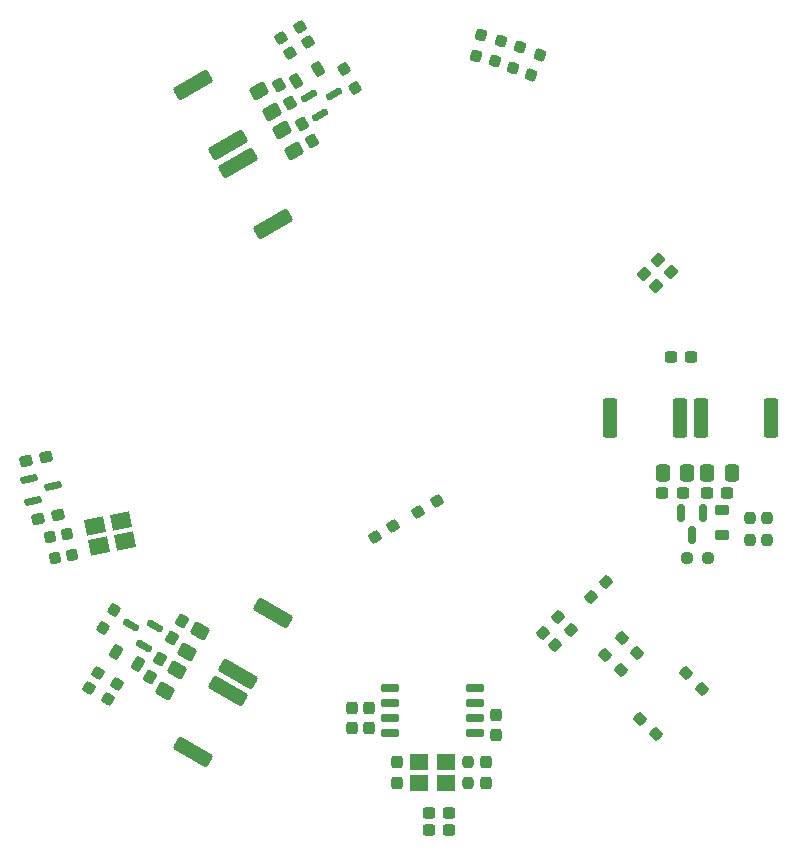
<source format=gbp>
G04 #@! TF.GenerationSoftware,KiCad,Pcbnew,8.0.1-rc1*
G04 #@! TF.CreationDate,2024-04-12T00:39:34-07:00*
G04 #@! TF.ProjectId,Toolhead Board,546f6f6c-6865-4616-9420-426f6172642e,1*
G04 #@! TF.SameCoordinates,Original*
G04 #@! TF.FileFunction,Paste,Bot*
G04 #@! TF.FilePolarity,Positive*
%FSLAX46Y46*%
G04 Gerber Fmt 4.6, Leading zero omitted, Abs format (unit mm)*
G04 Created by KiCad (PCBNEW 8.0.1-rc1) date 2024-04-12 00:39:34*
%MOMM*%
%LPD*%
G01*
G04 APERTURE LIST*
G04 Aperture macros list*
%AMRoundRect*
0 Rectangle with rounded corners*
0 $1 Rounding radius*
0 $2 $3 $4 $5 $6 $7 $8 $9 X,Y pos of 4 corners*
0 Add a 4 corners polygon primitive as box body*
4,1,4,$2,$3,$4,$5,$6,$7,$8,$9,$2,$3,0*
0 Add four circle primitives for the rounded corners*
1,1,$1+$1,$2,$3*
1,1,$1+$1,$4,$5*
1,1,$1+$1,$6,$7*
1,1,$1+$1,$8,$9*
0 Add four rect primitives between the rounded corners*
20,1,$1+$1,$2,$3,$4,$5,0*
20,1,$1+$1,$4,$5,$6,$7,0*
20,1,$1+$1,$6,$7,$8,$9,0*
20,1,$1+$1,$8,$9,$2,$3,0*%
%AMRotRect*
0 Rectangle, with rotation*
0 The origin of the aperture is its center*
0 $1 length*
0 $2 width*
0 $3 Rotation angle, in degrees counterclockwise*
0 Add horizontal line*
21,1,$1,$2,0,0,$3*%
G04 Aperture macros list end*
%ADD10RoundRect,0.237500X0.097756X0.330681X-0.335256X0.080681X-0.097756X-0.330681X0.335256X-0.080681X0*%
%ADD11RoundRect,0.237500X-0.080681X0.335256X-0.330681X-0.097756X0.080681X-0.335256X0.330681X0.097756X0*%
%ADD12RoundRect,0.237500X-0.355681X0.141058X-0.055681X-0.378558X0.355681X-0.141058X0.055681X0.378558X0*%
%ADD13RoundRect,0.237500X0.237500X-0.250000X0.237500X0.250000X-0.237500X0.250000X-0.237500X-0.250000X0*%
%ADD14RoundRect,0.250000X-0.362500X-1.425000X0.362500X-1.425000X0.362500X1.425000X-0.362500X1.425000X0*%
%ADD15RoundRect,0.237500X-0.344715X0.008839X0.008839X-0.344715X0.344715X-0.008839X-0.008839X0.344715X0*%
%ADD16RoundRect,0.237500X0.008839X0.344715X-0.344715X-0.008839X-0.008839X-0.344715X0.344715X0.008839X0*%
%ADD17RoundRect,0.237500X-0.237500X0.250000X-0.237500X-0.250000X0.237500X-0.250000X0.237500X0.250000X0*%
%ADD18RoundRect,0.237500X0.044194X0.380070X-0.380070X-0.044194X-0.044194X-0.380070X0.380070X0.044194X0*%
%ADD19RoundRect,0.237500X0.055681X-0.378558X0.355681X0.141058X-0.055681X0.378558X-0.355681X-0.141058X0*%
%ADD20RoundRect,0.237500X0.355681X-0.141058X0.055681X0.378558X-0.355681X0.141058X-0.055681X-0.378558X0*%
%ADD21RoundRect,0.237500X-0.335256X-0.080681X0.097756X-0.330681X0.335256X0.080681X-0.097756X0.330681X0*%
%ADD22RoundRect,0.250000X-1.052836X1.026434X-1.415336X0.398566X1.052836X-1.026434X1.415336X-0.398566X0*%
%ADD23RoundRect,0.250000X-0.337500X-0.475000X0.337500X-0.475000X0.337500X0.475000X-0.337500X0.475000X0*%
%ADD24RoundRect,0.250000X1.415336X0.398566X1.052836X1.026434X-1.415336X-0.398566X-1.052836X-1.026434X0*%
%ADD25RoundRect,0.237500X0.300000X0.237500X-0.300000X0.237500X-0.300000X-0.237500X0.300000X-0.237500X0*%
%ADD26RoundRect,0.237500X-0.008839X-0.344715X0.344715X0.008839X0.008839X0.344715X-0.344715X-0.008839X0*%
%ADD27RoundRect,0.250000X-0.580112X0.054784X-0.242612X-0.529784X0.580112X-0.054784X0.242612X0.529784X0*%
%ADD28RoundRect,0.218750X0.381250X-0.218750X0.381250X0.218750X-0.381250X0.218750X-0.381250X-0.218750X0*%
%ADD29RoundRect,0.250000X0.242612X-0.529784X0.580112X0.054784X-0.242612X0.529784X-0.580112X-0.054784X0*%
%ADD30RoundRect,0.150000X0.583790X-0.163846X-0.433790X0.423654X-0.583790X0.163846X0.433790X-0.423654X0*%
%ADD31RoundRect,0.237500X0.344715X-0.008839X-0.008839X0.344715X-0.344715X0.008839X0.008839X-0.344715X0*%
%ADD32RoundRect,0.237500X-0.097756X-0.330681X0.335256X-0.080681X0.097756X0.330681X-0.335256X0.080681X0*%
%ADD33RoundRect,0.237500X-0.246628X-0.292542X0.341327X-0.172922X0.246628X0.292542X-0.341327X0.172922X0*%
%ADD34RoundRect,0.237500X0.237500X-0.300000X0.237500X0.300000X-0.237500X0.300000X-0.237500X-0.300000X0*%
%ADD35RoundRect,0.250000X-0.242612X0.529784X-0.580112X-0.054784X0.242612X-0.529784X0.580112X0.054784X0*%
%ADD36RoundRect,0.237500X-0.120937X0.322925X-0.316303X-0.137328X0.120937X-0.322925X0.316303X0.137328X0*%
%ADD37R,1.650000X1.350000*%
%ADD38RoundRect,0.150000X-0.545801X-0.264117X0.605611X-0.029860X0.545801X0.264117X-0.605611X0.029860X0*%
%ADD39RoundRect,0.237500X0.282574X-0.197631X0.182890X0.292331X-0.282574X0.197631X-0.182890X-0.292331X0*%
%ADD40RoundRect,0.218750X-0.380068X-0.220797X-0.001182X-0.439547X0.380068X0.220797X0.001182X0.439547X0*%
%ADD41RoundRect,0.237500X-0.300000X-0.237500X0.300000X-0.237500X0.300000X0.237500X-0.300000X0.237500X0*%
%ADD42RoundRect,0.237500X-0.237500X0.300000X-0.237500X-0.300000X0.237500X-0.300000X0.237500X0.300000X0*%
%ADD43RoundRect,0.218750X-0.001182X0.439547X-0.380068X0.220797X0.001182X-0.439547X0.380068X-0.220797X0*%
%ADD44RoundRect,0.150000X-0.150000X0.587500X-0.150000X-0.587500X0.150000X-0.587500X0.150000X0.587500X0*%
%ADD45RoundRect,0.237500X-0.137672X0.316153X-0.308682X-0.153693X0.137672X-0.316153X0.308682X0.153693X0*%
%ADD46RoundRect,0.250000X0.337500X0.475000X-0.337500X0.475000X-0.337500X-0.475000X0.337500X-0.475000X0*%
%ADD47RotRect,1.650000X1.350000X11.500000*%
%ADD48RoundRect,0.237500X-0.250000X-0.237500X0.250000X-0.237500X0.250000X0.237500X-0.250000X0.237500X0*%
%ADD49RoundRect,0.237500X-0.055681X0.378558X-0.355681X-0.141058X0.055681X-0.378558X0.355681X0.141058X0*%
%ADD50RoundRect,0.237500X-0.154029X0.308514X-0.300215X-0.169638X0.154029X-0.308514X0.300215X0.169638X0*%
%ADD51RoundRect,0.150000X-0.650000X-0.150000X0.650000X-0.150000X0.650000X0.150000X-0.650000X0.150000X0*%
%ADD52RoundRect,0.150000X-0.433790X-0.423654X0.583790X0.163846X0.433790X0.423654X-0.583790X-0.163846X0*%
%ADD53RoundRect,0.237500X0.330681X-0.097756X0.080681X0.335256X-0.330681X0.097756X-0.080681X-0.335256X0*%
%ADD54RoundRect,0.250000X0.580112X-0.054784X0.242612X0.529784X-0.580112X0.054784X-0.242612X-0.529784X0*%
%ADD55RoundRect,0.237500X0.335256X0.080681X-0.097756X0.330681X-0.335256X-0.080681X0.097756X-0.330681X0*%
%ADD56RoundRect,0.237500X-0.169965X0.300030X-0.290926X-0.185117X0.169965X-0.300030X0.290926X0.185117X0*%
G04 APERTURE END LIST*
D10*
X75680248Y-84113750D03*
X74099752Y-85026250D03*
D11*
X52025811Y-91212463D03*
X51113311Y-92792959D03*
D12*
X66017030Y-46801041D03*
X66879530Y-48294935D03*
D13*
X105860000Y-85292500D03*
X105860000Y-83467500D03*
D14*
X94037500Y-75000000D03*
X99962500Y-75000000D03*
D15*
X96593273Y-100482361D03*
X97883743Y-101772831D03*
D16*
X89610594Y-91855658D03*
X88320124Y-93146128D03*
D17*
X107320000Y-83467500D03*
X107320000Y-85292500D03*
D18*
X98099880Y-61580120D03*
X96880120Y-62799880D03*
D19*
X55070470Y-96878959D03*
X55932970Y-95385065D03*
D20*
X68768190Y-51546192D03*
X67905690Y-50052298D03*
D21*
X50656434Y-96579293D03*
X52236930Y-97491793D03*
D22*
X65481250Y-91486959D03*
X62518750Y-96618159D03*
D23*
X98482500Y-79610000D03*
X100557500Y-79610000D03*
D24*
X61656250Y-51887947D03*
X58693750Y-46756747D03*
D25*
X100882500Y-69840000D03*
X99157500Y-69840000D03*
X103912500Y-81320000D03*
X102187500Y-81320000D03*
D10*
X68483567Y-43128207D03*
X66903071Y-44040707D03*
D26*
X92385988Y-90140924D03*
X93676458Y-88850454D03*
D27*
X64333626Y-47305302D03*
X65371126Y-49102304D03*
D26*
X89380784Y-94206788D03*
X90671254Y-92916318D03*
D28*
X103500000Y-84862500D03*
X103500000Y-82737500D03*
D29*
X56348874Y-98084699D03*
X57386374Y-96287697D03*
D30*
X55528496Y-92625635D03*
X54578496Y-94271083D03*
X53429698Y-92510859D03*
D31*
X94913895Y-96328109D03*
X93623425Y-95037639D03*
D32*
X66173071Y-42776310D03*
X67753567Y-41863810D03*
D33*
X44552630Y-78643371D03*
X46243000Y-78299461D03*
D34*
X76000000Y-105862500D03*
X76000000Y-104137500D03*
D35*
X59266374Y-93031441D03*
X58228874Y-94828443D03*
D15*
X100482361Y-96593273D03*
X101772831Y-97883743D03*
D36*
X88055304Y-44243630D03*
X87342220Y-45923552D03*
D37*
X80125000Y-105875000D03*
X77875000Y-105875000D03*
X77875000Y-104125000D03*
X80125000Y-104125000D03*
D22*
X61656250Y-98112053D03*
X58693750Y-103243253D03*
D38*
X45166955Y-82039065D03*
X44788156Y-80177208D03*
X46814914Y-80734322D03*
D34*
X83500000Y-105862500D03*
X83500000Y-104137500D03*
D39*
X48424960Y-86545643D03*
X48061114Y-84757281D03*
D40*
X52208825Y-94750473D03*
X54049129Y-95812973D03*
D41*
X78647500Y-108400000D03*
X80372500Y-108400000D03*
D42*
X72160000Y-99527500D03*
X72160000Y-101252500D03*
D33*
X45549471Y-83542995D03*
X47239841Y-83199085D03*
D41*
X98427500Y-81330000D03*
X100152500Y-81330000D03*
D43*
X69291176Y-45387027D03*
X67450872Y-46449527D03*
D41*
X78647500Y-109860000D03*
X80372500Y-109860000D03*
D44*
X100000000Y-83050000D03*
X101900000Y-83050000D03*
X100950000Y-84925000D03*
D42*
X73620000Y-99527500D03*
X73620000Y-101252500D03*
D14*
X101687500Y-75000000D03*
X107612500Y-75000000D03*
D45*
X86427748Y-43602520D03*
X85803562Y-45317460D03*
D32*
X77769752Y-82906250D03*
X79350248Y-81993750D03*
D46*
X104317500Y-79610000D03*
X102242500Y-79610000D03*
D39*
X46994270Y-86836720D03*
X46630424Y-85048358D03*
D34*
X84380000Y-101822500D03*
X84380000Y-100097500D03*
D47*
X50376276Y-84113710D03*
X52581106Y-83665132D03*
X52930000Y-85380000D03*
X50725170Y-85828578D03*
D48*
X100527500Y-86790000D03*
X102352500Y-86790000D03*
D18*
X99139880Y-62620120D03*
X97920120Y-63839880D03*
D24*
X65481251Y-58513041D03*
X62518751Y-53381841D03*
D15*
X95037639Y-93623425D03*
X96328109Y-94913895D03*
D49*
X57804310Y-92123809D03*
X56941810Y-93617703D03*
D50*
X84768869Y-43047467D03*
X84235291Y-44792723D03*
D51*
X75400000Y-101655000D03*
X75400000Y-100385000D03*
X75400000Y-99115000D03*
X75400000Y-97845000D03*
X82600000Y-97845000D03*
X82600000Y-99115000D03*
X82600000Y-100385000D03*
X82600000Y-101655000D03*
D52*
X69471504Y-49324365D03*
X68521504Y-47678917D03*
X70620302Y-47564141D03*
D53*
X72446690Y-46997538D03*
X71534190Y-45417042D03*
D54*
X67251126Y-52358559D03*
X66213626Y-50561557D03*
D17*
X82000000Y-104087500D03*
X82000000Y-105912500D03*
D55*
X51506930Y-98756190D03*
X49926434Y-97843690D03*
D56*
X83083216Y-42579993D03*
X82641708Y-44350783D03*
M02*

</source>
